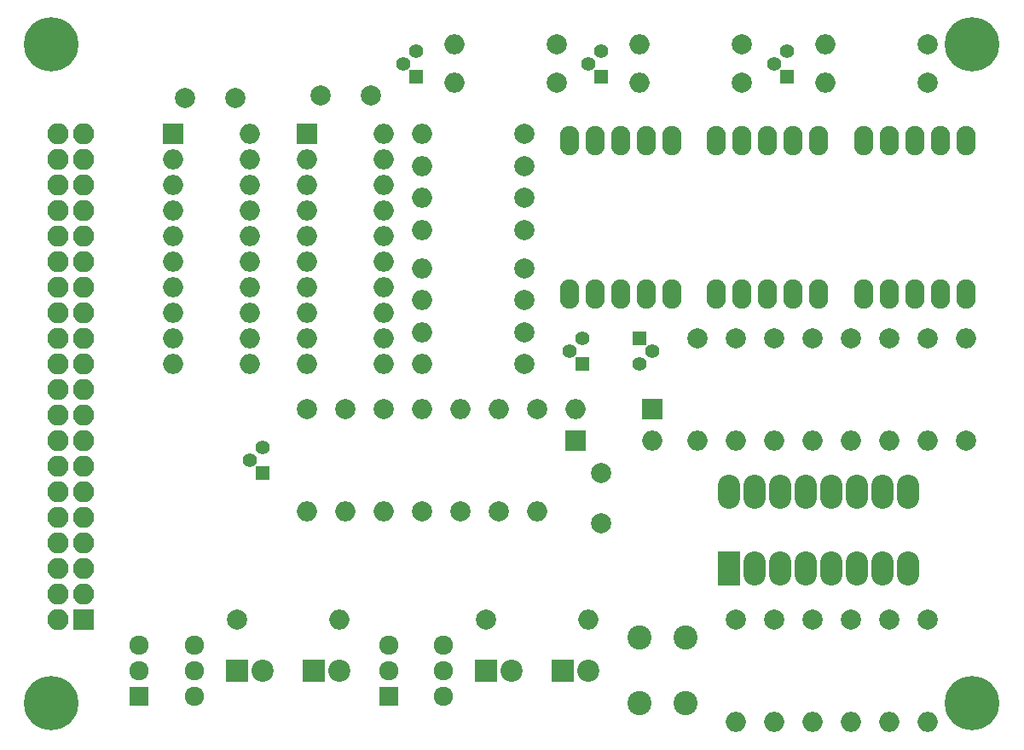
<source format=gbs>
G04 #@! TF.FileFunction,Soldermask,Bot*
%FSLAX46Y46*%
G04 Gerber Fmt 4.6, Leading zero omitted, Abs format (unit mm)*
G04 Created by KiCad (PCBNEW 4.0.7) date 12/20/19 19:25:11*
%MOMM*%
%LPD*%
G01*
G04 APERTURE LIST*
%ADD10C,0.100000*%
%ADD11R,2.100000X2.100000*%
%ADD12O,2.100000X2.100000*%
%ADD13C,5.400000*%
%ADD14C,2.000000*%
%ADD15O,1.924000X2.924000*%
%ADD16R,2.200000X2.200000*%
%ADD17C,2.200000*%
%ADD18C,1.400000*%
%ADD19R,1.400000X1.400000*%
%ADD20O,2.000000X2.000000*%
%ADD21C,2.400000*%
%ADD22R,2.000000X2.000000*%
%ADD23C,1.924000*%
%ADD24R,1.924000X1.924000*%
%ADD25R,2.200000X3.400000*%
%ADD26O,2.200000X3.400000*%
G04 APERTURE END LIST*
D10*
D11*
X107315000Y-132080000D03*
D12*
X104775000Y-132080000D03*
X107315000Y-129540000D03*
X104775000Y-129540000D03*
X107315000Y-127000000D03*
X104775000Y-127000000D03*
X107315000Y-124460000D03*
X104775000Y-124460000D03*
X107315000Y-121920000D03*
X104775000Y-121920000D03*
X107315000Y-119380000D03*
X104775000Y-119380000D03*
X107315000Y-116840000D03*
X104775000Y-116840000D03*
X107315000Y-114300000D03*
X104775000Y-114300000D03*
X107315000Y-111760000D03*
X104775000Y-111760000D03*
X107315000Y-109220000D03*
X104775000Y-109220000D03*
X107315000Y-106680000D03*
X104775000Y-106680000D03*
X107315000Y-104140000D03*
X104775000Y-104140000D03*
X107315000Y-101600000D03*
X104775000Y-101600000D03*
X107315000Y-99060000D03*
X104775000Y-99060000D03*
X107315000Y-96520000D03*
X104775000Y-96520000D03*
X107315000Y-93980000D03*
X104775000Y-93980000D03*
X107315000Y-91440000D03*
X104775000Y-91440000D03*
X107315000Y-88900000D03*
X104775000Y-88900000D03*
X107315000Y-86360000D03*
X104775000Y-86360000D03*
X107315000Y-83820000D03*
X104775000Y-83820000D03*
D13*
X104140000Y-140335000D03*
X195580000Y-140335000D03*
X195580000Y-74930000D03*
X104140000Y-74930000D03*
D14*
X135890000Y-80010000D03*
X130890000Y-80010000D03*
X122428000Y-80264000D03*
X117428000Y-80264000D03*
X158750000Y-117475000D03*
X158750000Y-122475000D03*
D15*
X155575000Y-99695000D03*
X158115000Y-99695000D03*
X160655000Y-99695000D03*
X163195000Y-99695000D03*
X165735000Y-99695000D03*
X165735000Y-84455000D03*
X163195000Y-84455000D03*
X160655000Y-84455000D03*
X158115000Y-84455000D03*
X155575000Y-84455000D03*
X170180000Y-99695000D03*
X172720000Y-99695000D03*
X175260000Y-99695000D03*
X177800000Y-99695000D03*
X180340000Y-99695000D03*
X180340000Y-84455000D03*
X177800000Y-84455000D03*
X175260000Y-84455000D03*
X172720000Y-84455000D03*
X170180000Y-84455000D03*
D16*
X154940000Y-137160000D03*
D17*
X157480000Y-137160000D03*
D18*
X139065000Y-76835000D03*
X140335000Y-75565000D03*
D19*
X140335000Y-78105000D03*
D18*
X157480000Y-76835000D03*
X158750000Y-75565000D03*
D19*
X158750000Y-78105000D03*
D18*
X175895000Y-76835000D03*
X177165000Y-75565000D03*
D19*
X177165000Y-78105000D03*
D18*
X123825000Y-116205000D03*
X125095000Y-114935000D03*
D19*
X125095000Y-117475000D03*
D18*
X155575000Y-105410000D03*
X156845000Y-104140000D03*
D19*
X156845000Y-106680000D03*
D14*
X151130000Y-86995000D03*
D20*
X140970000Y-86995000D03*
D14*
X151130000Y-90170000D03*
D20*
X140970000Y-90170000D03*
D14*
X151130000Y-100330000D03*
D20*
X140970000Y-100330000D03*
D14*
X151130000Y-103505000D03*
D20*
X140970000Y-103505000D03*
D14*
X151130000Y-106680000D03*
D20*
X140970000Y-106680000D03*
D14*
X151130000Y-97155000D03*
D20*
X140970000Y-97155000D03*
D14*
X151130000Y-93345000D03*
D20*
X140970000Y-93345000D03*
D14*
X151130000Y-83820000D03*
D20*
X140970000Y-83820000D03*
D14*
X172720000Y-78740000D03*
D20*
X162560000Y-78740000D03*
D14*
X172720000Y-74930000D03*
D20*
X162560000Y-74930000D03*
D14*
X191135000Y-78740000D03*
D20*
X180975000Y-78740000D03*
D14*
X191135000Y-74930000D03*
D20*
X180975000Y-74930000D03*
D14*
X172085000Y-132080000D03*
D20*
X172085000Y-142240000D03*
D14*
X175895000Y-132080000D03*
D20*
X175895000Y-142240000D03*
D14*
X179705000Y-132080000D03*
D20*
X179705000Y-142240000D03*
D14*
X183515000Y-132080000D03*
D20*
X183515000Y-142240000D03*
D14*
X187325000Y-132080000D03*
D20*
X187325000Y-142240000D03*
D14*
X191135000Y-132080000D03*
D20*
X191135000Y-142240000D03*
D14*
X168275000Y-104140000D03*
D20*
X168275000Y-114300000D03*
D14*
X172085000Y-104140000D03*
D20*
X172085000Y-114300000D03*
D14*
X175895000Y-104140000D03*
D20*
X175895000Y-114300000D03*
D14*
X179705000Y-104140000D03*
D20*
X179705000Y-114300000D03*
D14*
X183515000Y-104140000D03*
D20*
X183515000Y-114300000D03*
D14*
X187325000Y-104140000D03*
D20*
X187325000Y-114300000D03*
D14*
X191135000Y-104140000D03*
D20*
X191135000Y-114300000D03*
D14*
X194945000Y-114300000D03*
D20*
X194945000Y-104140000D03*
D21*
X167060000Y-140335000D03*
X162560000Y-140335000D03*
X167060000Y-133835000D03*
X162560000Y-133835000D03*
D22*
X129540000Y-83820000D03*
D20*
X137160000Y-106680000D03*
X129540000Y-86360000D03*
X137160000Y-104140000D03*
X129540000Y-88900000D03*
X137160000Y-101600000D03*
X129540000Y-91440000D03*
X137160000Y-99060000D03*
X129540000Y-93980000D03*
X137160000Y-96520000D03*
X129540000Y-96520000D03*
X137160000Y-93980000D03*
X129540000Y-99060000D03*
X137160000Y-91440000D03*
X129540000Y-101600000D03*
X137160000Y-88900000D03*
X129540000Y-104140000D03*
X137160000Y-86360000D03*
X129540000Y-106680000D03*
X137160000Y-83820000D03*
D14*
X154305000Y-78740000D03*
D20*
X144145000Y-78740000D03*
D14*
X154305000Y-74930000D03*
D20*
X144145000Y-74930000D03*
D14*
X147320000Y-132080000D03*
D20*
X157480000Y-132080000D03*
D14*
X122555000Y-132080000D03*
D20*
X132715000Y-132080000D03*
D15*
X184785000Y-99695000D03*
X187325000Y-99695000D03*
X189865000Y-99695000D03*
X192405000Y-99695000D03*
X194945000Y-99695000D03*
X194945000Y-84455000D03*
X192405000Y-84455000D03*
X189865000Y-84455000D03*
X187325000Y-84455000D03*
X184785000Y-84455000D03*
D18*
X163830000Y-105410000D03*
X162560000Y-106680000D03*
D19*
X162560000Y-104140000D03*
D14*
X137160000Y-111125000D03*
D20*
X137160000Y-121285000D03*
D14*
X129540000Y-111125000D03*
D20*
X129540000Y-121285000D03*
D14*
X133350000Y-111125000D03*
D20*
X133350000Y-121285000D03*
D14*
X148590000Y-121285000D03*
D20*
X148590000Y-111125000D03*
D14*
X140970000Y-121285000D03*
D20*
X140970000Y-111125000D03*
D14*
X152400000Y-111125000D03*
D20*
X152400000Y-121285000D03*
D14*
X144780000Y-121285000D03*
D20*
X144780000Y-111125000D03*
D23*
X137610000Y-134620000D03*
X137610000Y-137160000D03*
D24*
X137610000Y-139700000D03*
D23*
X143060000Y-139700000D03*
X143060000Y-137160000D03*
X143060000Y-134620000D03*
X112845000Y-134620000D03*
X112845000Y-137160000D03*
D24*
X112845000Y-139700000D03*
D23*
X118295000Y-139700000D03*
X118295000Y-137160000D03*
X118295000Y-134620000D03*
D22*
X116205000Y-83820000D03*
D20*
X123825000Y-106680000D03*
X116205000Y-86360000D03*
X123825000Y-104140000D03*
X116205000Y-88900000D03*
X123825000Y-101600000D03*
X116205000Y-91440000D03*
X123825000Y-99060000D03*
X116205000Y-93980000D03*
X123825000Y-96520000D03*
X116205000Y-96520000D03*
X123825000Y-93980000D03*
X116205000Y-99060000D03*
X123825000Y-91440000D03*
X116205000Y-101600000D03*
X123825000Y-88900000D03*
X116205000Y-104140000D03*
X123825000Y-86360000D03*
X116205000Y-106680000D03*
X123825000Y-83820000D03*
D16*
X147320000Y-137160000D03*
D17*
X149860000Y-137160000D03*
D16*
X130175000Y-137160000D03*
D17*
X132715000Y-137160000D03*
D16*
X122555000Y-137160000D03*
D17*
X125095000Y-137160000D03*
D22*
X163830000Y-111125000D03*
D20*
X156210000Y-111125000D03*
D22*
X156210000Y-114300000D03*
D20*
X163830000Y-114300000D03*
D25*
X171450000Y-127000000D03*
D26*
X189230000Y-119380000D03*
X173990000Y-127000000D03*
X186690000Y-119380000D03*
X176530000Y-127000000D03*
X184150000Y-119380000D03*
X179070000Y-127000000D03*
X181610000Y-119380000D03*
X181610000Y-127000000D03*
X179070000Y-119380000D03*
X184150000Y-127000000D03*
X176530000Y-119380000D03*
X186690000Y-127000000D03*
X173990000Y-119380000D03*
X189230000Y-127000000D03*
X171450000Y-119380000D03*
M02*

</source>
